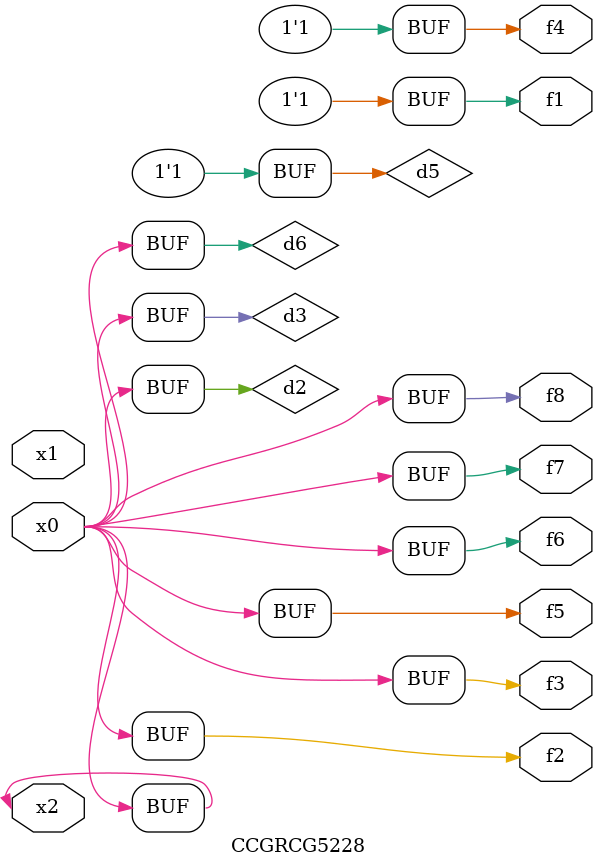
<source format=v>
module CCGRCG5228(
	input x0, x1, x2,
	output f1, f2, f3, f4, f5, f6, f7, f8
);

	wire d1, d2, d3, d4, d5, d6;

	xnor (d1, x2);
	buf (d2, x0, x2);
	and (d3, x0);
	xnor (d4, x1, x2);
	nand (d5, d1, d3);
	buf (d6, d2, d3);
	assign f1 = d5;
	assign f2 = d6;
	assign f3 = d6;
	assign f4 = d5;
	assign f5 = d6;
	assign f6 = d6;
	assign f7 = d6;
	assign f8 = d6;
endmodule

</source>
